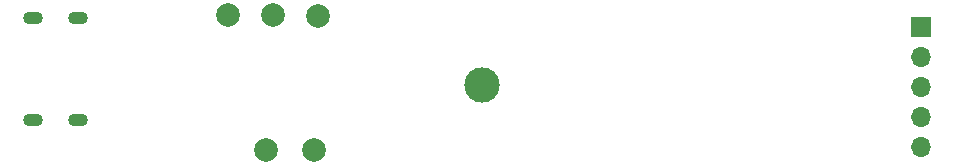
<source format=gbr>
%TF.GenerationSoftware,KiCad,Pcbnew,8.0.6*%
%TF.CreationDate,2024-10-22T16:45:09+02:00*%
%TF.ProjectId,BMU,424d552e-6b69-4636-9164-5f7063625858,rev?*%
%TF.SameCoordinates,Original*%
%TF.FileFunction,Soldermask,Bot*%
%TF.FilePolarity,Negative*%
%FSLAX46Y46*%
G04 Gerber Fmt 4.6, Leading zero omitted, Abs format (unit mm)*
G04 Created by KiCad (PCBNEW 8.0.6) date 2024-10-22 16:45:09*
%MOMM*%
%LPD*%
G01*
G04 APERTURE LIST*
%ADD10C,3.000000*%
%ADD11O,1.700000X1.100000*%
%ADD12R,1.700000X1.700000*%
%ADD13O,1.700000X1.700000*%
%ADD14C,2.000000*%
G04 APERTURE END LIST*
D10*
%TO.C,TP1*%
X101577701Y-59698208D03*
%TD*%
D11*
%TO.C,J1*%
X67300000Y-53975000D03*
X63500000Y-53975000D03*
X67300000Y-62615000D03*
X63500000Y-62615000D03*
%TD*%
D12*
%TO.C,J2*%
X138675172Y-54804082D03*
D13*
X138675172Y-57344082D03*
X138675172Y-59884082D03*
X138675172Y-62424082D03*
X138675172Y-64964082D03*
%TD*%
D14*
%TO.C,hsup1*%
X83274188Y-65202788D03*
%TD*%
%TO.C,n2g1*%
X83820000Y-53763338D03*
%TD*%
%TO.C,gate1*%
X87324188Y-65202788D03*
%TD*%
%TO.C,n2s1*%
X80010000Y-53763338D03*
%TD*%
%TO.C,n1g1*%
X87630000Y-53869172D03*
%TD*%
M02*

</source>
